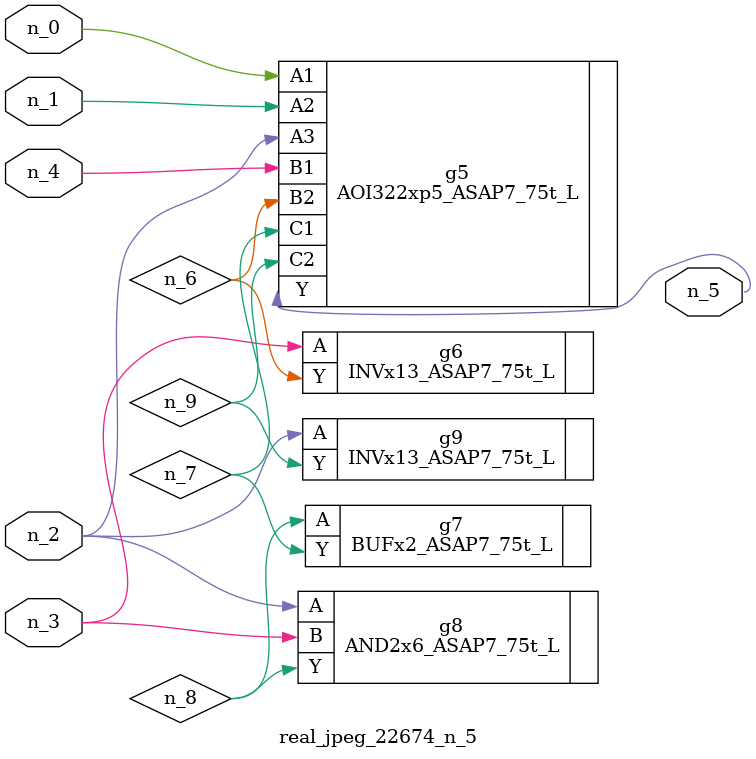
<source format=v>
module real_jpeg_22674_n_5 (n_4, n_0, n_1, n_2, n_3, n_5);

input n_4;
input n_0;
input n_1;
input n_2;
input n_3;

output n_5;

wire n_8;
wire n_6;
wire n_7;
wire n_9;

AOI322xp5_ASAP7_75t_L g5 ( 
.A1(n_0),
.A2(n_1),
.A3(n_2),
.B1(n_4),
.B2(n_6),
.C1(n_7),
.C2(n_9),
.Y(n_5)
);

AND2x6_ASAP7_75t_L g8 ( 
.A(n_2),
.B(n_3),
.Y(n_8)
);

INVx13_ASAP7_75t_L g9 ( 
.A(n_2),
.Y(n_9)
);

INVx13_ASAP7_75t_L g6 ( 
.A(n_3),
.Y(n_6)
);

BUFx2_ASAP7_75t_L g7 ( 
.A(n_8),
.Y(n_7)
);


endmodule
</source>
